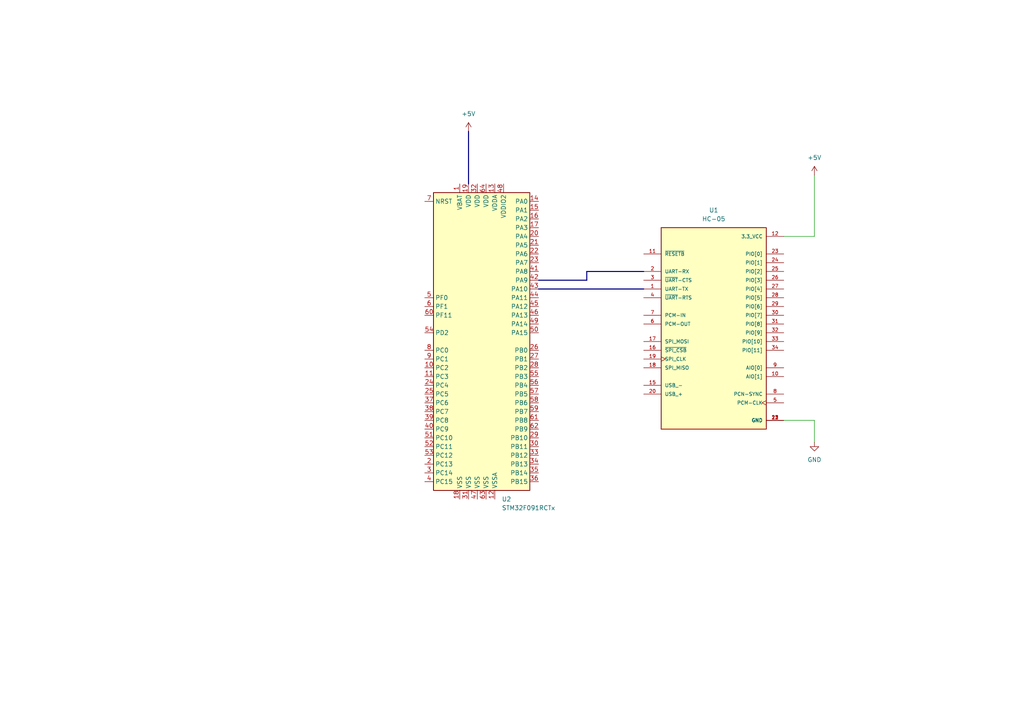
<source format=kicad_sch>
(kicad_sch (version 20211123) (generator eeschema)

  (uuid e63e39d7-6ac0-4ffd-8aa3-1841a4541b55)

  (paper "A4")

  (lib_symbols
    (symbol "HC-05:HC-05" (pin_names (offset 1.016)) (in_bom yes) (on_board yes)
      (property "Reference" "U" (id 0) (at -15.24 31.115 0)
        (effects (font (size 1.27 1.27)) (justify left bottom))
      )
      (property "Value" "HC-05" (id 1) (at -15.24 -30.48 0)
        (effects (font (size 1.27 1.27)) (justify left bottom))
      )
      (property "Footprint" "HC-05:XCVR_HC-05" (id 2) (at 0 0 0)
        (effects (font (size 1.27 1.27)) (justify bottom) hide)
      )
      (property "Datasheet" "" (id 3) (at 0 0 0)
        (effects (font (size 1.27 1.27)) hide)
      )
      (property "MF" "ITead Studio" (id 4) (at 0 0 0)
        (effects (font (size 1.27 1.27)) (justify bottom) hide)
      )
      (property "Description" "\nBluetooth to Serial Port Module\n" (id 5) (at 0 0 0)
        (effects (font (size 1.27 1.27)) (justify bottom) hide)
      )
      (property "Package" "Module ITead Studio" (id 6) (at 0 0 0)
        (effects (font (size 1.27 1.27)) (justify bottom) hide)
      )
      (property "Price" "None" (id 7) (at 0 0 0)
        (effects (font (size 1.27 1.27)) (justify bottom) hide)
      )
      (property "STANDARD" "Manufacturer Recommendations" (id 8) (at 0 0 0)
        (effects (font (size 1.27 1.27)) (justify bottom) hide)
      )
      (property "PARTREV" "v1.0" (id 9) (at 0 0 0)
        (effects (font (size 1.27 1.27)) (justify bottom) hide)
      )
      (property "SnapEDA_Link" "https://www.snapeda.com/parts/HC-05/ITead+Studio/view-part/?ref=snap" (id 10) (at 0 0 0)
        (effects (font (size 1.27 1.27)) (justify bottom) hide)
      )
      (property "MP" "HC-05" (id 11) (at 0 0 0)
        (effects (font (size 1.27 1.27)) (justify bottom) hide)
      )
      (property "Availability" "Not in stock" (id 12) (at 0 0 0)
        (effects (font (size 1.27 1.27)) (justify bottom) hide)
      )
      (property "Check_prices" "https://www.snapeda.com/parts/HC-05/ITead+Studio/view-part/?ref=eda" (id 13) (at 0 0 0)
        (effects (font (size 1.27 1.27)) (justify bottom) hide)
      )
      (symbol "HC-05_0_0"
        (rectangle (start -15.24 -27.94) (end 15.24 30.48)
          (stroke (width 0.254) (type default) (color 0 0 0 0))
          (fill (type background))
        )
        (pin output line (at -20.32 12.7 0) (length 5.08)
          (name "UART-TX" (effects (font (size 1.016 1.016))))
          (number "1" (effects (font (size 1.016 1.016))))
        )
        (pin bidirectional line (at 20.32 -12.7 180) (length 5.08)
          (name "AIO[1]" (effects (font (size 1.016 1.016))))
          (number "10" (effects (font (size 1.016 1.016))))
        )
        (pin input line (at -20.32 22.86 0) (length 5.08)
          (name "~{RESETB}" (effects (font (size 1.016 1.016))))
          (number "11" (effects (font (size 1.016 1.016))))
        )
        (pin power_in line (at 20.32 27.94 180) (length 5.08)
          (name "3.3_VCC" (effects (font (size 1.016 1.016))))
          (number "12" (effects (font (size 1.016 1.016))))
        )
        (pin power_in line (at 20.32 -25.4 180) (length 5.08)
          (name "GND" (effects (font (size 1.016 1.016))))
          (number "13" (effects (font (size 1.016 1.016))))
        )
        (pin bidirectional line (at -20.32 -15.24 0) (length 5.08)
          (name "USB_-" (effects (font (size 1.016 1.016))))
          (number "15" (effects (font (size 1.016 1.016))))
        )
        (pin input line (at -20.32 -5.08 0) (length 5.08)
          (name "~{SPI_CSB}" (effects (font (size 1.016 1.016))))
          (number "16" (effects (font (size 1.016 1.016))))
        )
        (pin input line (at -20.32 -2.54 0) (length 5.08)
          (name "SPI_MOSI" (effects (font (size 1.016 1.016))))
          (number "17" (effects (font (size 1.016 1.016))))
        )
        (pin output line (at -20.32 -10.16 0) (length 5.08)
          (name "SPI_MISO" (effects (font (size 1.016 1.016))))
          (number "18" (effects (font (size 1.016 1.016))))
        )
        (pin input clock (at -20.32 -7.62 0) (length 5.08)
          (name "SPI_CLK" (effects (font (size 1.016 1.016))))
          (number "19" (effects (font (size 1.016 1.016))))
        )
        (pin input line (at -20.32 17.78 0) (length 5.08)
          (name "UART-RX" (effects (font (size 1.016 1.016))))
          (number "2" (effects (font (size 1.016 1.016))))
        )
        (pin bidirectional line (at -20.32 -17.78 0) (length 5.08)
          (name "USB_+" (effects (font (size 1.016 1.016))))
          (number "20" (effects (font (size 1.016 1.016))))
        )
        (pin power_in line (at 20.32 -25.4 180) (length 5.08)
          (name "GND" (effects (font (size 1.016 1.016))))
          (number "21" (effects (font (size 1.016 1.016))))
        )
        (pin power_in line (at 20.32 -25.4 180) (length 5.08)
          (name "GND" (effects (font (size 1.016 1.016))))
          (number "22" (effects (font (size 1.016 1.016))))
        )
        (pin bidirectional line (at 20.32 22.86 180) (length 5.08)
          (name "PIO[0]" (effects (font (size 1.016 1.016))))
          (number "23" (effects (font (size 1.016 1.016))))
        )
        (pin bidirectional line (at 20.32 20.32 180) (length 5.08)
          (name "PIO[1]" (effects (font (size 1.016 1.016))))
          (number "24" (effects (font (size 1.016 1.016))))
        )
        (pin bidirectional line (at 20.32 17.78 180) (length 5.08)
          (name "PIO[2]" (effects (font (size 1.016 1.016))))
          (number "25" (effects (font (size 1.016 1.016))))
        )
        (pin bidirectional line (at 20.32 15.24 180) (length 5.08)
          (name "PIO[3]" (effects (font (size 1.016 1.016))))
          (number "26" (effects (font (size 1.016 1.016))))
        )
        (pin bidirectional line (at 20.32 12.7 180) (length 5.08)
          (name "PIO[4]" (effects (font (size 1.016 1.016))))
          (number "27" (effects (font (size 1.016 1.016))))
        )
        (pin bidirectional line (at 20.32 10.16 180) (length 5.08)
          (name "PIO[5]" (effects (font (size 1.016 1.016))))
          (number "28" (effects (font (size 1.016 1.016))))
        )
        (pin bidirectional line (at 20.32 7.62 180) (length 5.08)
          (name "PIO[6]" (effects (font (size 1.016 1.016))))
          (number "29" (effects (font (size 1.016 1.016))))
        )
        (pin input line (at -20.32 15.24 0) (length 5.08)
          (name "~{UART}-CTS" (effects (font (size 1.016 1.016))))
          (number "3" (effects (font (size 1.016 1.016))))
        )
        (pin bidirectional line (at 20.32 5.08 180) (length 5.08)
          (name "PIO[7]" (effects (font (size 1.016 1.016))))
          (number "30" (effects (font (size 1.016 1.016))))
        )
        (pin bidirectional line (at 20.32 2.54 180) (length 5.08)
          (name "PIO[8]" (effects (font (size 1.016 1.016))))
          (number "31" (effects (font (size 1.016 1.016))))
        )
        (pin bidirectional line (at 20.32 0 180) (length 5.08)
          (name "PIO[9]" (effects (font (size 1.016 1.016))))
          (number "32" (effects (font (size 1.016 1.016))))
        )
        (pin bidirectional line (at 20.32 -2.54 180) (length 5.08)
          (name "PIO[10]" (effects (font (size 1.016 1.016))))
          (number "33" (effects (font (size 1.016 1.016))))
        )
        (pin bidirectional line (at 20.32 -5.08 180) (length 5.08)
          (name "PIO[11]" (effects (font (size 1.016 1.016))))
          (number "34" (effects (font (size 1.016 1.016))))
        )
        (pin output line (at -20.32 10.16 0) (length 5.08)
          (name "~{UART}-RTS" (effects (font (size 1.016 1.016))))
          (number "4" (effects (font (size 1.016 1.016))))
        )
        (pin bidirectional clock (at 20.32 -20.32 180) (length 5.08)
          (name "PCM-CLK" (effects (font (size 1.016 1.016))))
          (number "5" (effects (font (size 1.016 1.016))))
        )
        (pin output line (at -20.32 2.54 0) (length 5.08)
          (name "PCM-OUT" (effects (font (size 1.016 1.016))))
          (number "6" (effects (font (size 1.016 1.016))))
        )
        (pin input line (at -20.32 5.08 0) (length 5.08)
          (name "PCM-IN" (effects (font (size 1.016 1.016))))
          (number "7" (effects (font (size 1.016 1.016))))
        )
        (pin bidirectional line (at 20.32 -17.78 180) (length 5.08)
          (name "PCN-SYNC" (effects (font (size 1.016 1.016))))
          (number "8" (effects (font (size 1.016 1.016))))
        )
        (pin bidirectional line (at 20.32 -10.16 180) (length 5.08)
          (name "AIO[0]" (effects (font (size 1.016 1.016))))
          (number "9" (effects (font (size 1.016 1.016))))
        )
      )
    )
    (symbol "MCU_ST_STM32F0:STM32F091RCTx" (in_bom yes) (on_board yes)
      (property "Reference" "U" (id 0) (at -15.24 44.45 0)
        (effects (font (size 1.27 1.27)) (justify left))
      )
      (property "Value" "STM32F091RCTx" (id 1) (at 7.62 44.45 0)
        (effects (font (size 1.27 1.27)) (justify left))
      )
      (property "Footprint" "Package_QFP:LQFP-64_10x10mm_P0.5mm" (id 2) (at -15.24 -43.18 0)
        (effects (font (size 1.27 1.27)) (justify right) hide)
      )
      (property "Datasheet" "http://www.st.com/st-web-ui/static/active/en/resource/technical/document/datasheet/DM00115237.pdf" (id 3) (at 0 0 0)
        (effects (font (size 1.27 1.27)) hide)
      )
      (property "ki_keywords" "ARM Cortex-M0 STM32F0 STM32F0x1" (id 4) (at 0 0 0)
        (effects (font (size 1.27 1.27)) hide)
      )
      (property "ki_description" "ARM Cortex-M0 MCU, 256KB flash, 32KB RAM, 48MHz, 2-3.6V, 52 GPIO, LQFP-64" (id 5) (at 0 0 0)
        (effects (font (size 1.27 1.27)) hide)
      )
      (property "ki_fp_filters" "LQFP*10x10mm*P0.5mm*" (id 6) (at 0 0 0)
        (effects (font (size 1.27 1.27)) hide)
      )
      (symbol "STM32F091RCTx_0_1"
        (rectangle (start -15.24 -43.18) (end 12.7 43.18)
          (stroke (width 0.254) (type default) (color 0 0 0 0))
          (fill (type background))
        )
      )
      (symbol "STM32F091RCTx_1_1"
        (pin power_in line (at -7.62 45.72 270) (length 2.54)
          (name "VBAT" (effects (font (size 1.27 1.27))))
          (number "1" (effects (font (size 1.27 1.27))))
        )
        (pin bidirectional line (at -17.78 -7.62 0) (length 2.54)
          (name "PC2" (effects (font (size 1.27 1.27))))
          (number "10" (effects (font (size 1.27 1.27))))
        )
        (pin bidirectional line (at -17.78 -10.16 0) (length 2.54)
          (name "PC3" (effects (font (size 1.27 1.27))))
          (number "11" (effects (font (size 1.27 1.27))))
        )
        (pin power_in line (at 2.54 -45.72 90) (length 2.54)
          (name "VSSA" (effects (font (size 1.27 1.27))))
          (number "12" (effects (font (size 1.27 1.27))))
        )
        (pin power_in line (at 2.54 45.72 270) (length 2.54)
          (name "VDDA" (effects (font (size 1.27 1.27))))
          (number "13" (effects (font (size 1.27 1.27))))
        )
        (pin bidirectional line (at 15.24 40.64 180) (length 2.54)
          (name "PA0" (effects (font (size 1.27 1.27))))
          (number "14" (effects (font (size 1.27 1.27))))
        )
        (pin bidirectional line (at 15.24 38.1 180) (length 2.54)
          (name "PA1" (effects (font (size 1.27 1.27))))
          (number "15" (effects (font (size 1.27 1.27))))
        )
        (pin bidirectional line (at 15.24 35.56 180) (length 2.54)
          (name "PA2" (effects (font (size 1.27 1.27))))
          (number "16" (effects (font (size 1.27 1.27))))
        )
        (pin bidirectional line (at 15.24 33.02 180) (length 2.54)
          (name "PA3" (effects (font (size 1.27 1.27))))
          (number "17" (effects (font (size 1.27 1.27))))
        )
        (pin power_in line (at -7.62 -45.72 90) (length 2.54)
          (name "VSS" (effects (font (size 1.27 1.27))))
          (number "18" (effects (font (size 1.27 1.27))))
        )
        (pin power_in line (at -5.08 45.72 270) (length 2.54)
          (name "VDD" (effects (font (size 1.27 1.27))))
          (number "19" (effects (font (size 1.27 1.27))))
        )
        (pin bidirectional line (at -17.78 -35.56 0) (length 2.54)
          (name "PC13" (effects (font (size 1.27 1.27))))
          (number "2" (effects (font (size 1.27 1.27))))
        )
        (pin bidirectional line (at 15.24 30.48 180) (length 2.54)
          (name "PA4" (effects (font (size 1.27 1.27))))
          (number "20" (effects (font (size 1.27 1.27))))
        )
        (pin bidirectional line (at 15.24 27.94 180) (length 2.54)
          (name "PA5" (effects (font (size 1.27 1.27))))
          (number "21" (effects (font (size 1.27 1.27))))
        )
        (pin bidirectional line (at 15.24 25.4 180) (length 2.54)
          (name "PA6" (effects (font (size 1.27 1.27))))
          (number "22" (effects (font (size 1.27 1.27))))
        )
        (pin bidirectional line (at 15.24 22.86 180) (length 2.54)
          (name "PA7" (effects (font (size 1.27 1.27))))
          (number "23" (effects (font (size 1.27 1.27))))
        )
        (pin bidirectional line (at -17.78 -12.7 0) (length 2.54)
          (name "PC4" (effects (font (size 1.27 1.27))))
          (number "24" (effects (font (size 1.27 1.27))))
        )
        (pin bidirectional line (at -17.78 -15.24 0) (length 2.54)
          (name "PC5" (effects (font (size 1.27 1.27))))
          (number "25" (effects (font (size 1.27 1.27))))
        )
        (pin bidirectional line (at 15.24 -2.54 180) (length 2.54)
          (name "PB0" (effects (font (size 1.27 1.27))))
          (number "26" (effects (font (size 1.27 1.27))))
        )
        (pin bidirectional line (at 15.24 -5.08 180) (length 2.54)
          (name "PB1" (effects (font (size 1.27 1.27))))
          (number "27" (effects (font (size 1.27 1.27))))
        )
        (pin bidirectional line (at 15.24 -7.62 180) (length 2.54)
          (name "PB2" (effects (font (size 1.27 1.27))))
          (number "28" (effects (font (size 1.27 1.27))))
        )
        (pin bidirectional line (at 15.24 -27.94 180) (length 2.54)
          (name "PB10" (effects (font (size 1.27 1.27))))
          (number "29" (effects (font (size 1.27 1.27))))
        )
        (pin bidirectional line (at -17.78 -38.1 0) (length 2.54)
          (name "PC14" (effects (font (size 1.27 1.27))))
          (number "3" (effects (font (size 1.27 1.27))))
        )
        (pin bidirectional line (at 15.24 -30.48 180) (length 2.54)
          (name "PB11" (effects (font (size 1.27 1.27))))
          (number "30" (effects (font (size 1.27 1.27))))
        )
        (pin power_in line (at -5.08 -45.72 90) (length 2.54)
          (name "VSS" (effects (font (size 1.27 1.27))))
          (number "31" (effects (font (size 1.27 1.27))))
        )
        (pin power_in line (at -2.54 45.72 270) (length 2.54)
          (name "VDD" (effects (font (size 1.27 1.27))))
          (number "32" (effects (font (size 1.27 1.27))))
        )
        (pin bidirectional line (at 15.24 -33.02 180) (length 2.54)
          (name "PB12" (effects (font (size 1.27 1.27))))
          (number "33" (effects (font (size 1.27 1.27))))
        )
        (pin bidirectional line (at 15.24 -35.56 180) (length 2.54)
          (name "PB13" (effects (font (size 1.27 1.27))))
          (number "34" (effects (font (size 1.27 1.27))))
        )
        (pin bidirectional line (at 15.24 -38.1 180) (length 2.54)
          (name "PB14" (effects (font (size 1.27 1.27))))
          (number "35" (effects (font (size 1.27 1.27))))
        )
        (pin bidirectional line (at 15.24 -40.64 180) (length 2.54)
          (name "PB15" (effects (font (size 1.27 1.27))))
          (number "36" (effects (font (size 1.27 1.27))))
        )
        (pin bidirectional line (at -17.78 -17.78 0) (length 2.54)
          (name "PC6" (effects (font (size 1.27 1.27))))
          (number "37" (effects (font (size 1.27 1.27))))
        )
        (pin bidirectional line (at -17.78 -20.32 0) (length 2.54)
          (name "PC7" (effects (font (size 1.27 1.27))))
          (number "38" (effects (font (size 1.27 1.27))))
        )
        (pin bidirectional line (at -17.78 -22.86 0) (length 2.54)
          (name "PC8" (effects (font (size 1.27 1.27))))
          (number "39" (effects (font (size 1.27 1.27))))
        )
        (pin bidirectional line (at -17.78 -40.64 0) (length 2.54)
          (name "PC15" (effects (font (size 1.27 1.27))))
          (number "4" (effects (font (size 1.27 1.27))))
        )
        (pin bidirectional line (at -17.78 -25.4 0) (length 2.54)
          (name "PC9" (effects (font (size 1.27 1.27))))
          (number "40" (effects (font (size 1.27 1.27))))
        )
        (pin bidirectional line (at 15.24 20.32 180) (length 2.54)
          (name "PA8" (effects (font (size 1.27 1.27))))
          (number "41" (effects (font (size 1.27 1.27))))
        )
        (pin bidirectional line (at 15.24 17.78 180) (length 2.54)
          (name "PA9" (effects (font (size 1.27 1.27))))
          (number "42" (effects (font (size 1.27 1.27))))
        )
        (pin bidirectional line (at 15.24 15.24 180) (length 2.54)
          (name "PA10" (effects (font (size 1.27 1.27))))
          (number "43" (effects (font (size 1.27 1.27))))
        )
        (pin bidirectional line (at 15.24 12.7 180) (length 2.54)
          (name "PA11" (effects (font (size 1.27 1.27))))
          (number "44" (effects (font (size 1.27 1.27))))
        )
        (pin bidirectional line (at 15.24 10.16 180) (length 2.54)
          (name "PA12" (effects (font (size 1.27 1.27))))
          (number "45" (effects (font (size 1.27 1.27))))
        )
        (pin bidirectional line (at 15.24 7.62 180) (length 2.54)
          (name "PA13" (effects (font (size 1.27 1.27))))
          (number "46" (effects (font (size 1.27 1.27))))
        )
        (pin power_in line (at -2.54 -45.72 90) (length 2.54)
          (name "VSS" (effects (font (size 1.27 1.27))))
          (number "47" (effects (font (size 1.27 1.27))))
        )
        (pin power_in line (at 5.08 45.72 270) (length 2.54)
          (name "VDDIO2" (effects (font (size 1.27 1.27))))
          (number "48" (effects (font (size 1.27 1.27))))
        )
        (pin bidirectional line (at 15.24 5.08 180) (length 2.54)
          (name "PA14" (effects (font (size 1.27 1.27))))
          (number "49" (effects (font (size 1.27 1.27))))
        )
        (pin input line (at -17.78 12.7 0) (length 2.54)
          (name "PF0" (effects (font (size 1.27 1.27))))
          (number "5" (effects (font (size 1.27 1.27))))
        )
        (pin bidirectional line (at 15.24 2.54 180) (length 2.54)
          (name "PA15" (effects (font (size 1.27 1.27))))
          (number "50" (effects (font (size 1.27 1.27))))
        )
        (pin bidirectional line (at -17.78 -27.94 0) (length 2.54)
          (name "PC10" (effects (font (size 1.27 1.27))))
          (number "51" (effects (font (size 1.27 1.27))))
        )
        (pin bidirectional line (at -17.78 -30.48 0) (length 2.54)
          (name "PC11" (effects (font (size 1.27 1.27))))
          (number "52" (effects (font (size 1.27 1.27))))
        )
        (pin bidirectional line (at -17.78 -33.02 0) (length 2.54)
          (name "PC12" (effects (font (size 1.27 1.27))))
          (number "53" (effects (font (size 1.27 1.27))))
        )
        (pin bidirectional line (at -17.78 2.54 0) (length 2.54)
          (name "PD2" (effects (font (size 1.27 1.27))))
          (number "54" (effects (font (size 1.27 1.27))))
        )
        (pin bidirectional line (at 15.24 -10.16 180) (length 2.54)
          (name "PB3" (effects (font (size 1.27 1.27))))
          (number "55" (effects (font (size 1.27 1.27))))
        )
        (pin bidirectional line (at 15.24 -12.7 180) (length 2.54)
          (name "PB4" (effects (font (size 1.27 1.27))))
          (number "56" (effects (font (size 1.27 1.27))))
        )
        (pin bidirectional line (at 15.24 -15.24 180) (length 2.54)
          (name "PB5" (effects (font (size 1.27 1.27))))
          (number "57" (effects (font (size 1.27 1.27))))
        )
        (pin bidirectional line (at 15.24 -17.78 180) (length 2.54)
          (name "PB6" (effects (font (size 1.27 1.27))))
          (number "58" (effects (font (size 1.27 1.27))))
        )
        (pin bidirectional line (at 15.24 -20.32 180) (length 2.54)
          (name "PB7" (effects (font (size 1.27 1.27))))
          (number "59" (effects (font (size 1.27 1.27))))
        )
        (pin input line (at -17.78 10.16 0) (length 2.54)
          (name "PF1" (effects (font (size 1.27 1.27))))
          (number "6" (effects (font (size 1.27 1.27))))
        )
        (pin bidirectional line (at -17.78 7.62 0) (length 2.54)
          (name "PF11" (effects (font (size 1.27 1.27))))
          (number "60" (effects (font (size 1.27 1.27))))
        )
        (pin bidirectional line (at 15.24 -22.86 180) (length 2.54)
          (name "PB8" (effects (font (size 1.27 1.27))))
          (number "61" (effects (font (size 1.27 1.27))))
        )
        (pin bidirectional line (at 15.24 -25.4 180) (length 2.54)
          (name "PB9" (effects (font (size 1.27 1.27))))
          (number "62" (effects (font (size 1.27 1.27))))
        )
        (pin power_in line (at 0 -45.72 90) (length 2.54)
          (name "VSS" (effects (font (size 1.27 1.27))))
          (number "63" (effects (font (size 1.27 1.27))))
        )
        (pin power_in line (at 0 45.72 270) (length 2.54)
          (name "VDD" (effects (font (size 1.27 1.27))))
          (number "64" (effects (font (size 1.27 1.27))))
        )
        (pin input line (at -17.78 40.64 0) (length 2.54)
          (name "NRST" (effects (font (size 1.27 1.27))))
          (number "7" (effects (font (size 1.27 1.27))))
        )
        (pin bidirectional line (at -17.78 -2.54 0) (length 2.54)
          (name "PC0" (effects (font (size 1.27 1.27))))
          (number "8" (effects (font (size 1.27 1.27))))
        )
        (pin bidirectional line (at -17.78 -5.08 0) (length 2.54)
          (name "PC1" (effects (font (size 1.27 1.27))))
          (number "9" (effects (font (size 1.27 1.27))))
        )
      )
    )
    (symbol "power:+5V" (power) (pin_names (offset 0)) (in_bom yes) (on_board yes)
      (property "Reference" "#PWR" (id 0) (at 0 -3.81 0)
        (effects (font (size 1.27 1.27)) hide)
      )
      (property "Value" "+5V" (id 1) (at 0 3.556 0)
        (effects (font (size 1.27 1.27)))
      )
      (property "Footprint" "" (id 2) (at 0 0 0)
        (effects (font (size 1.27 1.27)) hide)
      )
      (property "Datasheet" "" (id 3) (at 0 0 0)
        (effects (font (size 1.27 1.27)) hide)
      )
      (property "ki_keywords" "power-flag" (id 4) (at 0 0 0)
        (effects (font (size 1.27 1.27)) hide)
      )
      (property "ki_description" "Power symbol creates a global label with name \"+5V\"" (id 5) (at 0 0 0)
        (effects (font (size 1.27 1.27)) hide)
      )
      (symbol "+5V_0_1"
        (polyline
          (pts
            (xy -0.762 1.27)
            (xy 0 2.54)
          )
          (stroke (width 0) (type default) (color 0 0 0 0))
          (fill (type none))
        )
        (polyline
          (pts
            (xy 0 0)
            (xy 0 2.54)
          )
          (stroke (width 0) (type default) (color 0 0 0 0))
          (fill (type none))
        )
        (polyline
          (pts
            (xy 0 2.54)
            (xy 0.762 1.27)
          )
          (stroke (width 0) (type default) (color 0 0 0 0))
          (fill (type none))
        )
      )
      (symbol "+5V_1_1"
        (pin power_in line (at 0 0 90) (length 0) hide
          (name "+5V" (effects (font (size 1.27 1.27))))
          (number "1" (effects (font (size 1.27 1.27))))
        )
      )
    )
    (symbol "power:GND" (power) (pin_names (offset 0)) (in_bom yes) (on_board yes)
      (property "Reference" "#PWR" (id 0) (at 0 -6.35 0)
        (effects (font (size 1.27 1.27)) hide)
      )
      (property "Value" "GND" (id 1) (at 0 -3.81 0)
        (effects (font (size 1.27 1.27)))
      )
      (property "Footprint" "" (id 2) (at 0 0 0)
        (effects (font (size 1.27 1.27)) hide)
      )
      (property "Datasheet" "" (id 3) (at 0 0 0)
        (effects (font (size 1.27 1.27)) hide)
      )
      (property "ki_keywords" "power-flag" (id 4) (at 0 0 0)
        (effects (font (size 1.27 1.27)) hide)
      )
      (property "ki_description" "Power symbol creates a global label with name \"GND\" , ground" (id 5) (at 0 0 0)
        (effects (font (size 1.27 1.27)) hide)
      )
      (symbol "GND_0_1"
        (polyline
          (pts
            (xy 0 0)
            (xy 0 -1.27)
            (xy 1.27 -1.27)
            (xy 0 -2.54)
            (xy -1.27 -1.27)
            (xy 0 -1.27)
          )
          (stroke (width 0) (type default) (color 0 0 0 0))
          (fill (type none))
        )
      )
      (symbol "GND_1_1"
        (pin power_in line (at 0 0 270) (length 0) hide
          (name "GND" (effects (font (size 1.27 1.27))))
          (number "1" (effects (font (size 1.27 1.27))))
        )
      )
    )
  )


  (bus (pts (xy 156.21 81.28) (xy 170.18 81.28))
    (stroke (width 0) (type default) (color 0 0 0 0))
    (uuid 291bcf88-cffc-47aa-99cc-b378365e47d3)
  )
  (bus (pts (xy 156.21 83.82) (xy 186.69 83.82))
    (stroke (width 0) (type default) (color 0 0 0 0))
    (uuid 5ce991a1-eaaa-4717-9161-cccf2c01a6e3)
  )
  (bus (pts (xy 135.89 38.1) (xy 135.89 53.34))
    (stroke (width 0) (type default) (color 0 0 0 0))
    (uuid 8657526f-2400-4202-8573-96b2fd25a3ab)
  )

  (wire (pts (xy 236.22 121.92) (xy 236.22 128.27))
    (stroke (width 0) (type default) (color 0 0 0 0))
    (uuid af5f6579-fb7d-4370-89ba-887f5e3ee509)
  )
  (wire (pts (xy 227.33 68.58) (xy 236.22 68.58))
    (stroke (width 0) (type default) (color 0 0 0 0))
    (uuid ba1b7cae-ebb6-4126-8740-4ae4df81d95f)
  )
  (bus (pts (xy 170.18 78.74) (xy 186.69 78.74))
    (stroke (width 0) (type default) (color 0 0 0 0))
    (uuid c429d463-58f5-4c57-ade4-24acceb21eb2)
  )

  (wire (pts (xy 236.22 68.58) (xy 236.22 50.8))
    (stroke (width 0) (type default) (color 0 0 0 0))
    (uuid ef5553e2-799a-4be3-9eec-1531cccfc29a)
  )
  (bus (pts (xy 170.18 81.28) (xy 170.18 78.74))
    (stroke (width 0) (type default) (color 0 0 0 0))
    (uuid f5824358-2713-4e8d-972f-a013340a36fb)
  )

  (wire (pts (xy 227.33 121.92) (xy 236.22 121.92))
    (stroke (width 0) (type default) (color 0 0 0 0))
    (uuid fe3c308d-e50e-409d-8370-71e91a62f5a7)
  )

  (symbol (lib_id "MCU_ST_STM32F0:STM32F091RCTx") (at 140.97 99.06 0) (unit 1)
    (in_bom yes) (on_board yes) (fields_autoplaced)
    (uuid 32f9db88-433c-4a60-b790-6f54d698a60c)
    (property "Reference" "U2" (id 0) (at 145.5294 144.78 0)
      (effects (font (size 1.27 1.27)) (justify left))
    )
    (property "Value" "STM32F091RCTx" (id 1) (at 145.5294 147.32 0)
      (effects (font (size 1.27 1.27)) (justify left))
    )
    (property "Footprint" "Package_QFP:LQFP-64_10x10mm_P0.5mm" (id 2) (at 125.73 142.24 0)
      (effects (font (size 1.27 1.27)) (justify right) hide)
    )
    (property "Datasheet" "http://www.st.com/st-web-ui/static/active/en/resource/technical/document/datasheet/DM00115237.pdf" (id 3) (at 140.97 99.06 0)
      (effects (font (size 1.27 1.27)) hide)
    )
    (pin "1" (uuid 72a650f3-0b2b-4088-8c36-c13d3bf3d1f7))
    (pin "10" (uuid 98008a1c-5868-492c-9bca-a209694af315))
    (pin "11" (uuid 90c0fa20-44ec-4b05-bc6c-c9f7716a8dc8))
    (pin "12" (uuid 380b4184-be37-4c29-9aa1-ab97832ed532))
    (pin "13" (uuid 9f853bbc-cd76-4a3a-b442-0688c81c6acb))
    (pin "14" (uuid 94edbaf2-7099-4ebf-8c4d-986107823bcc))
    (pin "15" (uuid d3b9b990-9806-4bd1-a98d-e41a25e41982))
    (pin "16" (uuid 4a895ea1-7b31-45a8-b74e-755e2f2badd1))
    (pin "17" (uuid a224c7b5-8371-4049-a551-b5b77af1a511))
    (pin "18" (uuid 88b40a0f-616d-4779-baec-aae46f4745cb))
    (pin "19" (uuid 0b3878ee-bbb7-493e-8b5a-03db13f60cb9))
    (pin "2" (uuid 7e99b62f-224b-468e-9f03-255056d14bc1))
    (pin "20" (uuid 91bb666c-cdad-4b85-b6b9-1567d0f51104))
    (pin "21" (uuid 00b3a219-4765-4d94-b4ef-c4468c5c5933))
    (pin "22" (uuid ee196f60-56fa-408f-b89e-5cfee17cd766))
    (pin "23" (uuid 95215f6d-8b84-453e-a7c2-f344a2893873))
    (pin "24" (uuid 2153f00a-e465-40a8-acac-4c0381ad2c64))
    (pin "25" (uuid 89f4f103-9cc0-498d-84b8-91190590e918))
    (pin "26" (uuid 219ee9a2-d830-40e7-993b-4a0c9f8ffe71))
    (pin "27" (uuid e83cf3e8-c0e0-4bd4-9ff6-2e651ad389a0))
    (pin "28" (uuid b81cf44b-8bab-49da-ba9e-458003fc0ef8))
    (pin "29" (uuid 99933a70-c621-4427-b390-1a0f6ab183a8))
    (pin "3" (uuid d8b35fe4-23aa-409b-9f2d-bafdb5c36624))
    (pin "30" (uuid 2749cb23-5cae-4119-bcd6-22b452303301))
    (pin "31" (uuid 89c105af-acb1-4b83-b7ef-84ee11c88748))
    (pin "32" (uuid 9e4fb448-6006-469d-b6fe-9e739a8f0701))
    (pin "33" (uuid 32fd66e0-56e0-4cbe-85e7-a4324f45630c))
    (pin "34" (uuid a4358792-fb65-4f7e-967e-aa66e21be627))
    (pin "35" (uuid cf667d69-6c35-431c-8da8-5a30c045bec1))
    (pin "36" (uuid 731ca4b2-69c1-4c97-8a5b-0fb4d2f25f21))
    (pin "37" (uuid 25fc27e4-1140-42b2-bbf1-7129130d32bc))
    (pin "38" (uuid de740644-8e38-4fb0-9185-6e6ba26f36ec))
    (pin "39" (uuid 6cc29ef3-31f7-4478-8073-edb7805bb23c))
    (pin "4" (uuid 97171321-a04c-4ca6-a208-21ea925f07b3))
    (pin "40" (uuid b263682f-9c95-49bf-8c4b-ae4a459d7944))
    (pin "41" (uuid 535aa6a0-6118-476a-aad7-7b104a0cfc98))
    (pin "42" (uuid 4babeed6-a3b3-490d-83ea-5de32ef0a015))
    (pin "43" (uuid 445686f2-0862-40e7-aaa2-995a068c04a7))
    (pin "44" (uuid 9609b56f-9116-4875-861e-95c605745e9a))
    (pin "45" (uuid 98d171be-abd4-4508-83af-5bc3bc721c8b))
    (pin "46" (uuid d6defd8c-a265-4148-8d5d-90c8e14989e0))
    (pin "47" (uuid 49448dd7-9ed2-4cae-9a14-d08426702a65))
    (pin "48" (uuid ea13237a-761d-4212-96a0-9c70032acb40))
    (pin "49" (uuid 58c8d4b6-59cd-465f-b994-a5c0043c856c))
    (pin "5" (uuid 6251afce-f5c7-4e63-b6ee-0eeeadda8a75))
    (pin "50" (uuid 31cb3876-8d36-48c8-90e4-cdf91d9100f4))
    (pin "51" (uuid c7a83b92-c4b6-4156-99e4-ef5961af6c86))
    (pin "52" (uuid 811dbc21-9423-45d9-b1eb-a28570b48156))
    (pin "53" (uuid f8b52c14-ce83-4ff5-810c-8393945a8d55))
    (pin "54" (uuid 63f5adf9-5cb9-4104-a030-78f2c22b9298))
    (pin "55" (uuid ae5dfa19-b75b-4084-98df-2f6c238e1010))
    (pin "56" (uuid 3e7f19aa-4a30-4a1b-bb7c-29cfb2776aa1))
    (pin "57" (uuid 069991dc-50a8-4365-9067-51c47d73f796))
    (pin "58" (uuid cde4a8d7-df02-40cf-88e8-96c1b0dfb72a))
    (pin "59" (uuid c81e2d91-10a8-4564-810a-a599a74097e7))
    (pin "6" (uuid 419d661f-9d9e-4e20-b7b1-9b55dd43e633))
    (pin "60" (uuid ed7ea2f8-225c-4c40-9ca0-ea82ac57eb03))
    (pin "61" (uuid 4dde0652-c37e-4ee1-a713-8f8df8324a53))
    (pin "62" (uuid 6c542158-035d-4780-ba11-3fa569395f64))
    (pin "63" (uuid df095c96-e100-4263-8dec-c868ca108bcc))
    (pin "64" (uuid 312d3743-ee91-43f0-b0c0-4923e8adacae))
    (pin "7" (uuid c94ca9b6-b909-473b-9389-1874796b5e96))
    (pin "8" (uuid 04727cd8-0902-4361-9369-f70952aa3eaa))
    (pin "9" (uuid 789fcf4c-f7d6-4d05-ba80-95140df2d488))
  )

  (symbol (lib_id "power:GND") (at 236.22 128.27 0) (unit 1)
    (in_bom yes) (on_board yes) (fields_autoplaced)
    (uuid 60f93709-a538-4aee-9585-699bc226a7cf)
    (property "Reference" "#PWR?" (id 0) (at 236.22 134.62 0)
      (effects (font (size 1.27 1.27)) hide)
    )
    (property "Value" "GND" (id 1) (at 236.22 133.35 0))
    (property "Footprint" "" (id 2) (at 236.22 128.27 0)
      (effects (font (size 1.27 1.27)) hide)
    )
    (property "Datasheet" "" (id 3) (at 236.22 128.27 0)
      (effects (font (size 1.27 1.27)) hide)
    )
    (pin "1" (uuid 849e3fa7-c76c-45d1-a51d-741893c851ff))
  )

  (symbol (lib_id "power:+5V") (at 135.89 38.1 0) (unit 1)
    (in_bom yes) (on_board yes) (fields_autoplaced)
    (uuid 7badde17-7b98-44d0-8cd6-3968a61662e3)
    (property "Reference" "#PWR?" (id 0) (at 135.89 41.91 0)
      (effects (font (size 1.27 1.27)) hide)
    )
    (property "Value" "+5V" (id 1) (at 135.89 33.02 0))
    (property "Footprint" "" (id 2) (at 135.89 38.1 0)
      (effects (font (size 1.27 1.27)) hide)
    )
    (property "Datasheet" "" (id 3) (at 135.89 38.1 0)
      (effects (font (size 1.27 1.27)) hide)
    )
    (pin "1" (uuid 68136be9-98a1-4c91-9162-24d07a7ef6d6))
  )

  (symbol (lib_id "HC-05:HC-05") (at 207.01 96.52 0) (unit 1)
    (in_bom yes) (on_board yes) (fields_autoplaced)
    (uuid 9d866178-3c9e-41bc-bfab-3b75b43efcdc)
    (property "Reference" "U1" (id 0) (at 207.01 60.96 0))
    (property "Value" "HC-05" (id 1) (at 207.01 63.5 0))
    (property "Footprint" "HC-05:XCVR_HC-05" (id 2) (at 207.01 96.52 0)
      (effects (font (size 1.27 1.27)) (justify bottom) hide)
    )
    (property "Datasheet" "" (id 3) (at 207.01 96.52 0)
      (effects (font (size 1.27 1.27)) hide)
    )
    (property "MF" "ITead Studio" (id 4) (at 207.01 96.52 0)
      (effects (font (size 1.27 1.27)) (justify bottom) hide)
    )
    (property "Description" "\nBluetooth to Serial Port Module\n" (id 5) (at 207.01 96.52 0)
      (effects (font (size 1.27 1.27)) (justify bottom) hide)
    )
    (property "Package" "Module ITead Studio" (id 6) (at 207.01 96.52 0)
      (effects (font (size 1.27 1.27)) (justify bottom) hide)
    )
    (property "Price" "None" (id 7) (at 207.01 96.52 0)
      (effects (font (size 1.27 1.27)) (justify bottom) hide)
    )
    (property "STANDARD" "Manufacturer Recommendations" (id 8) (at 207.01 96.52 0)
      (effects (font (size 1.27 1.27)) (justify bottom) hide)
    )
    (property "PARTREV" "v1.0" (id 9) (at 207.01 96.52 0)
      (effects (font (size 1.27 1.27)) (justify bottom) hide)
    )
    (property "SnapEDA_Link" "https://www.snapeda.com/parts/HC-05/ITead+Studio/view-part/?ref=snap" (id 10) (at 207.01 96.52 0)
      (effects (font (size 1.27 1.27)) (justify bottom) hide)
    )
    (property "MP" "HC-05" (id 11) (at 207.01 96.52 0)
      (effects (font (size 1.27 1.27)) (justify bottom) hide)
    )
    (property "Availability" "Not in stock" (id 12) (at 207.01 96.52 0)
      (effects (font (size 1.27 1.27)) (justify bottom) hide)
    )
    (property "Check_prices" "https://www.snapeda.com/parts/HC-05/ITead+Studio/view-part/?ref=eda" (id 13) (at 207.01 96.52 0)
      (effects (font (size 1.27 1.27)) (justify bottom) hide)
    )
    (pin "1" (uuid 55ade3ee-f0b0-4935-9bfd-4644a550a204))
    (pin "10" (uuid 6f233679-bed7-4762-af8e-950a4a942e45))
    (pin "11" (uuid ecf75215-c031-46e8-9f52-214516a176c9))
    (pin "12" (uuid d4812424-8158-412d-96c9-1fc4fbbd4f98))
    (pin "13" (uuid 4a8810b7-671c-4c97-ac98-ae28b7833a29))
    (pin "15" (uuid ec4420c2-dfd3-4cbf-8ff1-888e8587624e))
    (pin "16" (uuid 9f2fc716-eaa0-4372-ae69-183c099785d4))
    (pin "17" (uuid 771ba907-24f3-4778-b573-50a9a70b602d))
    (pin "18" (uuid e1d70e96-57aa-4893-b539-5be5f0962132))
    (pin "19" (uuid 8641f991-9d56-4053-b733-6aa5eb687e23))
    (pin "2" (uuid 98f41fa7-7cc1-4281-ae58-a09ea1a33aed))
    (pin "20" (uuid f3feefbe-48e8-4d78-a6c7-50baf4dfda69))
    (pin "21" (uuid d19d3bac-a51b-44d7-8a86-66dd819c76c4))
    (pin "22" (uuid 814051da-5151-4221-a45d-cd5106aef70e))
    (pin "23" (uuid 33573c6f-38bc-4f07-8547-bd249295dde8))
    (pin "24" (uuid d8042567-94ae-4ce6-9c66-aafceb84fae7))
    (pin "25" (uuid dd4a239b-fc9a-49a3-8350-1897bcbae1c4))
    (pin "26" (uuid 7c3f6152-7edb-425c-a561-11fce13821b5))
    (pin "27" (uuid 8ed4cd12-26f6-4680-9d36-ea62e1e2073f))
    (pin "28" (uuid 4f1a5df0-960a-4b87-b62f-d3a8a7930b37))
    (pin "29" (uuid c81d4b15-9921-44d9-acd5-3c40943c82d7))
    (pin "3" (uuid 18611aaa-a4ba-4df7-b13a-0a54a403002b))
    (pin "30" (uuid 7c98837a-9ddd-485e-80fb-f4aed1c67617))
    (pin "31" (uuid f58ebf64-3b73-4652-87fa-68f796c4e991))
    (pin "32" (uuid e37122e3-8d2f-4c43-b61f-e89a4d0a6325))
    (pin "33" (uuid 6899294c-e87d-456e-9fa4-5932a275c9a2))
    (pin "34" (uuid 4117bdfe-60ca-4f2c-8585-3d6821fc99e1))
    (pin "4" (uuid 4828051e-67a4-40f1-b88d-6fee8c5c2edc))
    (pin "5" (uuid 506febe4-85fa-4a1a-bc45-b44af4039438))
    (pin "6" (uuid 74577010-c1c3-4551-b18d-9db4f42ed1f8))
    (pin "7" (uuid 34510e19-feba-4cad-89ca-9493aecb269a))
    (pin "8" (uuid 8d339e5a-6d98-4be8-9e02-fa13027fa400))
    (pin "9" (uuid f67dee4a-805c-4563-ba28-5a6bba1ad765))
  )

  (symbol (lib_id "power:+5V") (at 236.22 50.8 0) (unit 1)
    (in_bom yes) (on_board yes) (fields_autoplaced)
    (uuid ce915e32-dc2f-48b0-9e41-5bf0a39b8e3e)
    (property "Reference" "#PWR?" (id 0) (at 236.22 54.61 0)
      (effects (font (size 1.27 1.27)) hide)
    )
    (property "Value" "+5V" (id 1) (at 236.22 45.72 0))
    (property "Footprint" "" (id 2) (at 236.22 50.8 0)
      (effects (font (size 1.27 1.27)) hide)
    )
    (property "Datasheet" "" (id 3) (at 236.22 50.8 0)
      (effects (font (size 1.27 1.27)) hide)
    )
    (pin "1" (uuid 73c04533-5d2d-4e5e-b811-bc74e510971b))
  )

  (sheet_instances
    (path "/" (page "1"))
  )

  (symbol_instances
    (path "/60f93709-a538-4aee-9585-699bc226a7cf"
      (reference "#PWR?") (unit 1) (value "GND") (footprint "")
    )
    (path "/7badde17-7b98-44d0-8cd6-3968a61662e3"
      (reference "#PWR?") (unit 1) (value "+5V") (footprint "")
    )
    (path "/ce915e32-dc2f-48b0-9e41-5bf0a39b8e3e"
      (reference "#PWR?") (unit 1) (value "+5V") (footprint "")
    )
    (path "/9d866178-3c9e-41bc-bfab-3b75b43efcdc"
      (reference "U1") (unit 1) (value "HC-05") (footprint "HC-05:XCVR_HC-05")
    )
    (path "/32f9db88-433c-4a60-b790-6f54d698a60c"
      (reference "U2") (unit 1) (value "STM32F091RCTx") (footprint "Package_QFP:LQFP-64_10x10mm_P0.5mm")
    )
  )
)

</source>
